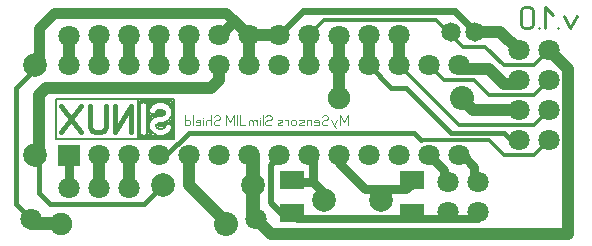
<source format=gbr>
%FSLAX34Y34*%
%MOMM*%
%LNSILK_TOP*%
G71*
G01*
%ADD10C, 1.80*%
%ADD11C, 1.80*%
%ADD12C, 1.00*%
%ADD13C, 0.30*%
%ADD14C, 0.40*%
%ADD15C, 1.91*%
%ADD16C, 2.04*%
%ADD17C, 2.00*%
%ADD18C, 1.20*%
%ADD19C, 0.90*%
%ADD20C, 1.64*%
%ADD21C, 0.80*%
%ADD22R, 2.00X1.60*%
%ADD23C, 0.70*%
%ADD24C, 0.20*%
%ADD25C, 0.11*%
%ADD26C, 0.60*%
%ADD27C, 0.50*%
%ADD28C, 0.22*%
%LPD*%
G36*
X44975Y-124350D02*
X62975Y-124350D01*
X62975Y-142350D01*
X44975Y-142350D01*
X44975Y-124350D01*
G37*
X79375Y-133350D02*
G54D10*
D03*
X104775Y-133350D02*
G54D10*
D03*
X130175Y-133350D02*
G54D10*
D03*
X155575Y-133350D02*
G54D10*
D03*
X180975Y-133350D02*
G54D10*
D03*
X206375Y-133350D02*
G54D10*
D03*
X231775Y-133350D02*
G54D10*
D03*
X257175Y-133350D02*
G54D10*
D03*
X282575Y-133350D02*
G54D10*
D03*
X307975Y-133350D02*
G54D10*
D03*
X333375Y-133350D02*
G54D10*
D03*
X358775Y-133350D02*
G54D10*
D03*
X384175Y-133350D02*
G54D10*
D03*
X384175Y-57150D02*
G54D10*
D03*
X358775Y-57150D02*
G54D10*
D03*
X333375Y-57150D02*
G54D10*
D03*
X307975Y-57150D02*
G54D10*
D03*
X282575Y-57150D02*
G54D10*
D03*
X257175Y-57150D02*
G54D10*
D03*
X231775Y-57150D02*
G54D10*
D03*
X206375Y-57150D02*
G54D10*
D03*
X180975Y-57150D02*
G54D10*
D03*
X155575Y-57150D02*
G54D10*
D03*
X130175Y-57150D02*
G54D10*
D03*
X104775Y-57150D02*
G54D10*
D03*
X79375Y-57150D02*
G54D10*
D03*
X53975Y-57150D02*
G54D10*
D03*
X434975Y-120650D02*
G54D11*
D03*
X434975Y-95250D02*
G54D11*
D03*
X434975Y-69850D02*
G54D11*
D03*
X434975Y-44450D02*
G54D11*
D03*
X460375Y-120650D02*
G54D11*
D03*
X460375Y-95250D02*
G54D11*
D03*
X460375Y-69850D02*
G54D11*
D03*
X460375Y-44450D02*
G54D11*
D03*
X333375Y-31750D02*
G54D11*
D03*
X307975Y-31750D02*
G54D11*
D03*
X282417Y-31792D02*
G54D11*
D03*
X257175Y-31750D02*
G54D11*
D03*
X231775Y-31750D02*
G54D11*
D03*
G54D12*
X231775Y-31750D02*
X206375Y-31750D01*
X206375Y-57150D01*
G54D12*
X257175Y-31750D02*
X257175Y-57150D01*
G54D12*
X282417Y-31792D02*
X282417Y-56992D01*
X282575Y-57150D01*
G54D12*
X307975Y-31750D02*
X307975Y-57150D01*
G54D12*
X333375Y-31750D02*
X333375Y-57150D01*
G54D13*
X460375Y-44450D02*
X447675Y-57150D01*
X422275Y-57150D01*
X406400Y-41275D01*
X387350Y-41275D01*
X374650Y-28575D01*
X365125Y-19050D01*
X269875Y-19050D01*
X257175Y-31750D01*
G54D12*
X434975Y-73025D02*
X422275Y-73025D01*
X409575Y-60325D01*
X384175Y-60325D01*
G54D13*
X460375Y-69850D02*
X447675Y-82550D01*
X409575Y-82550D01*
X396875Y-69850D01*
X371475Y-69850D01*
X358775Y-57150D01*
G54D13*
X460375Y-95250D02*
X447675Y-107950D01*
X384175Y-107950D01*
X333375Y-57150D01*
G54D14*
X434975Y-120650D02*
X428633Y-120650D01*
X422175Y-114191D01*
X377716Y-114191D01*
X339725Y-76200D01*
X327025Y-76200D01*
X307975Y-57150D01*
X282248Y-84664D02*
G54D15*
D03*
X387023Y-84664D02*
G54D16*
D03*
G54D12*
X434975Y-95250D02*
X396022Y-95250D01*
X393373Y-92601D01*
G54D12*
X282575Y-86578D02*
X282575Y-57150D01*
G54D13*
X460375Y-120650D02*
X447675Y-133350D01*
X422275Y-133350D01*
X409575Y-120650D01*
X352425Y-120650D01*
X346075Y-114300D01*
X269875Y-171450D02*
G54D17*
D03*
X318275Y-171450D02*
G54D17*
D03*
X104775Y-31750D02*
G54D11*
D03*
X79375Y-31750D02*
G54D11*
D03*
X53817Y-31792D02*
G54D11*
D03*
X155575Y-31750D02*
G54D11*
D03*
X130175Y-31750D02*
G54D11*
D03*
X104617Y-31792D02*
G54D11*
D03*
X231775Y-31750D02*
G54D11*
D03*
X206375Y-31750D02*
G54D11*
D03*
G54D12*
X53817Y-31792D02*
X53817Y-56992D01*
X53975Y-57150D01*
G54D12*
X79375Y-31750D02*
X79375Y-57150D01*
G54D12*
X104775Y-31750D02*
X104775Y-57150D01*
G54D12*
X130017Y-31792D02*
X130017Y-56992D01*
X130175Y-57150D01*
G54D12*
X155575Y-31750D02*
X155575Y-57150D01*
X212725Y-187325D02*
G54D11*
D03*
X104775Y-161131D02*
G54D11*
D03*
X79375Y-161131D02*
G54D11*
D03*
G54D18*
X209550Y-133350D02*
X209550Y-184150D01*
X25400Y-133350D02*
G54D17*
D03*
X25400Y-57150D02*
G54D17*
D03*
G54D19*
X28575Y-57150D02*
X28575Y-25400D01*
X41275Y-12700D01*
X187325Y-12700D01*
X206375Y-31750D01*
G54D12*
X180975Y-57150D02*
X180975Y-69850D01*
X174625Y-76200D01*
X34925Y-76200D01*
X28575Y-82550D01*
X28575Y-133350D01*
G54D12*
X155575Y-133350D02*
X155575Y-158750D01*
X180975Y-184150D01*
X133350Y-158750D02*
G54D17*
D03*
X209550Y-158750D02*
G54D17*
D03*
G54D12*
X79375Y-133350D02*
X79375Y-155575D01*
X76200Y-158750D01*
G54D12*
X104775Y-133350D02*
X104775Y-155575D01*
X101600Y-158750D01*
G54D14*
X28575Y-133350D02*
X28575Y-165100D01*
X38100Y-174625D01*
X117475Y-174625D01*
X130175Y-161925D01*
G54D14*
X28575Y-57150D02*
X9525Y-76200D01*
X9525Y-174625D01*
X22225Y-187325D01*
X47625Y-187325D01*
X397925Y-28575D02*
G54D20*
D03*
X377825Y-28575D02*
G54D20*
D03*
G54D12*
X460375Y-44450D02*
X476250Y-60325D01*
X476250Y-200025D01*
X225425Y-200025D01*
X212725Y-187325D01*
X79375Y-161131D02*
G54D11*
D03*
X53975Y-161131D02*
G54D11*
D03*
G54D21*
X53975Y-133350D02*
X53975Y-155575D01*
X50800Y-158750D01*
G54D12*
X21898Y-191026D02*
X47298Y-191026D01*
X242600Y-154275D02*
G54D22*
D03*
X242600Y-182275D02*
G54D22*
D03*
X344200Y-154275D02*
G54D22*
D03*
X344200Y-182275D02*
G54D22*
D03*
G54D23*
X247650Y-187325D02*
X400050Y-187325D01*
G54D21*
X269875Y-171450D02*
X269875Y-165100D01*
X260350Y-155575D01*
X260350Y-136525D01*
X257175Y-133350D01*
G54D21*
X260350Y-155575D02*
X244475Y-155575D01*
X242600Y-157450D01*
G54D21*
X282575Y-133350D02*
X282575Y-139700D01*
X304800Y-161925D01*
X339725Y-161925D01*
X344200Y-157450D01*
X400042Y-181075D02*
G54D11*
D03*
X374642Y-181075D02*
G54D11*
D03*
X400050Y-155575D02*
G54D11*
D03*
X374650Y-155575D02*
G54D11*
D03*
G54D21*
X358775Y-133350D02*
X371475Y-146050D01*
X371475Y-155575D01*
G54D21*
X384175Y-133350D02*
X387350Y-133350D01*
X396875Y-142875D01*
X396875Y-155575D01*
X47298Y-191026D02*
G54D15*
D03*
X186998Y-191026D02*
G54D16*
D03*
X22225Y-187325D02*
G54D11*
D03*
G54D14*
X106306Y-113662D02*
X106306Y-91440D01*
X92973Y-113662D01*
X92973Y-91440D01*
G54D14*
X85206Y-91440D02*
X85206Y-109496D01*
X83540Y-112274D01*
X80206Y-113662D01*
X76873Y-113662D01*
X73540Y-112274D01*
X71873Y-109496D01*
X71873Y-91440D01*
G54D14*
X64106Y-91440D02*
X47440Y-113662D01*
G54D14*
X64106Y-113662D02*
X47440Y-91440D01*
G54D24*
X112712Y-85725D02*
X42862Y-85725D01*
X42862Y-119062D01*
X112712Y-119062D01*
X112712Y-85725D01*
X142875Y-85725D01*
X142875Y-119062D01*
X112712Y-119062D01*
G54D24*
X121762Y-106231D02*
X123362Y-103531D01*
X124762Y-101431D01*
X129062Y-99631D01*
X132462Y-99531D01*
X134462Y-98931D01*
X135162Y-97831D01*
X135162Y-96531D01*
X134662Y-95331D01*
X132762Y-94431D01*
X130662Y-94431D01*
X128562Y-95231D01*
X127462Y-97231D01*
X126062Y-98531D01*
X124162Y-98631D01*
X122562Y-97631D01*
X121862Y-96331D01*
X121962Y-94631D01*
X124562Y-90531D01*
X129362Y-88431D01*
X133662Y-88431D01*
X138562Y-90431D01*
X141162Y-94731D01*
X141162Y-99231D01*
X138762Y-103331D01*
X133862Y-105531D01*
X130562Y-105531D01*
X128662Y-106331D01*
X127862Y-107631D01*
X127862Y-108731D01*
X128862Y-110131D01*
X130762Y-110731D01*
X132762Y-110631D01*
X134662Y-109731D01*
X136162Y-107131D01*
X138062Y-106331D01*
X139562Y-106831D01*
X140762Y-107731D01*
X141162Y-108831D01*
X140962Y-110831D01*
X138462Y-114731D01*
X133762Y-116631D01*
X129262Y-116731D01*
X124962Y-114731D01*
X121862Y-110531D01*
X121862Y-108231D01*
X121862Y-106231D01*
G54D24*
X114062Y-91331D02*
X114062Y-114331D01*
X114462Y-115231D01*
X115462Y-116231D01*
X116662Y-116731D01*
X117962Y-116631D01*
X119162Y-115831D01*
X119962Y-114931D01*
X120162Y-113531D01*
X120162Y-92031D01*
X119662Y-89731D01*
X118562Y-88731D01*
X116962Y-88231D01*
X116762Y-88431D01*
X115562Y-88731D01*
X114362Y-89831D01*
X114262Y-90531D01*
G54D24*
X114300Y-88900D02*
X114300Y-87312D01*
X119062Y-87312D01*
X141288Y-87312D01*
X141288Y-92869D01*
X142081Y-93662D01*
X142081Y-92075D01*
X139700Y-89694D01*
X139700Y-88900D01*
X137319Y-88900D01*
X136525Y-88106D01*
X127000Y-88106D01*
X126206Y-88900D01*
X119856Y-88900D01*
X119856Y-89694D01*
X120650Y-90487D01*
X123031Y-90488D01*
X121444Y-92075D01*
X121444Y-93662D01*
X121444Y-103981D01*
X120650Y-104775D01*
X120650Y-103981D01*
X123031Y-101600D01*
X123031Y-99219D01*
X123825Y-99219D01*
X124619Y-100012D01*
X126206Y-100012D01*
X127794Y-98425D01*
X132556Y-98425D01*
X133350Y-97631D01*
X133350Y-96044D01*
X130175Y-96044D01*
X129381Y-96838D01*
X132556Y-96837D01*
G54D24*
X114300Y-115888D02*
X114300Y-117475D01*
X141288Y-117475D01*
X141288Y-112712D01*
X142081Y-111919D01*
X142081Y-112712D01*
X139700Y-115094D01*
X139700Y-115888D01*
X138112Y-115887D01*
X136525Y-115888D01*
X135731Y-116681D01*
X125412Y-116681D01*
X120650Y-116681D01*
X120650Y-115887D01*
X121444Y-115094D01*
X123031Y-115094D01*
X123825Y-115887D01*
X123825Y-114300D01*
X121444Y-111919D01*
X121444Y-113506D01*
G54D24*
X141288Y-100012D02*
X141288Y-107156D01*
X141288Y-106362D01*
X140494Y-105569D01*
X140494Y-103188D01*
X140494Y-103981D01*
X138906Y-105569D01*
X136525Y-105569D01*
X135731Y-106362D01*
X130969Y-106362D01*
X130175Y-107156D01*
X134144Y-107156D01*
X134144Y-108744D01*
X130175Y-108744D01*
X129381Y-107950D01*
G54D24*
X130175Y-96837D02*
X129381Y-96838D01*
X127794Y-98425D01*
X127794Y-99219D01*
X127000Y-100012D01*
X123825Y-100012D01*
X123031Y-99219D01*
G54D24*
X119856Y-88106D02*
X122238Y-88106D01*
X123825Y-89694D01*
G54D14*
X130175Y-133350D02*
X136525Y-133350D01*
X155575Y-114300D01*
X346075Y-114300D01*
X352425Y-120650D01*
G54D25*
X290211Y-107950D02*
X290211Y-99061D01*
X286878Y-104617D01*
X283544Y-99061D01*
X283544Y-107950D01*
G54D25*
X281100Y-102950D02*
X278433Y-107950D01*
X275767Y-102950D01*
G54D25*
X278433Y-107950D02*
X279100Y-109617D01*
X279767Y-110172D01*
X280433Y-110172D01*
G54D25*
X273323Y-106283D02*
X272656Y-107394D01*
X271323Y-107950D01*
X269990Y-107950D01*
X268656Y-107394D01*
X267990Y-106283D01*
X267990Y-105172D01*
X268656Y-104061D01*
X269990Y-103506D01*
X271323Y-103506D01*
X272656Y-102950D01*
X273323Y-101839D01*
X273323Y-100728D01*
X272656Y-99617D01*
X271323Y-99061D01*
X269990Y-99061D01*
X268656Y-99617D01*
X267990Y-100728D01*
G54D25*
X261546Y-107394D02*
X262613Y-107950D01*
X263946Y-107950D01*
X265279Y-107394D01*
X265546Y-106283D01*
X265546Y-104394D01*
X264879Y-103283D01*
X263546Y-102950D01*
X262213Y-103283D01*
X261546Y-104061D01*
X261546Y-105172D01*
X265546Y-105172D01*
G54D25*
X259102Y-107950D02*
X259102Y-102950D01*
G54D25*
X259102Y-104061D02*
X258435Y-103283D01*
X257102Y-102950D01*
X255769Y-103283D01*
X255102Y-104061D01*
X255102Y-107950D01*
G54D25*
X252658Y-107394D02*
X251325Y-107950D01*
X249991Y-107950D01*
X248658Y-107394D01*
X248658Y-106283D01*
X249325Y-105728D01*
X251991Y-105172D01*
X252658Y-104617D01*
X252658Y-103506D01*
X251325Y-102950D01*
X249991Y-102950D01*
X248658Y-103506D01*
G54D25*
X242214Y-106617D02*
X242214Y-104394D01*
X242881Y-103283D01*
X244214Y-102950D01*
X245547Y-103283D01*
X246214Y-104394D01*
X246214Y-106617D01*
X245547Y-107728D01*
X244214Y-107950D01*
X242881Y-107728D01*
X242214Y-106617D01*
G54D25*
X239770Y-107950D02*
X239770Y-102950D01*
G54D25*
X239770Y-104061D02*
X238437Y-102950D01*
X237103Y-102950D01*
G54D25*
X234659Y-107394D02*
X233326Y-107950D01*
X231992Y-107950D01*
X230659Y-107394D01*
X230659Y-106283D01*
X231326Y-105728D01*
X233992Y-105172D01*
X234659Y-104617D01*
X234659Y-103506D01*
X233326Y-102950D01*
X231992Y-102950D01*
X230659Y-103506D01*
G54D25*
X225638Y-106283D02*
X224971Y-107394D01*
X223638Y-107950D01*
X222305Y-107950D01*
X220971Y-107394D01*
X220305Y-106283D01*
X220305Y-105172D01*
X220971Y-104061D01*
X222305Y-103506D01*
X223638Y-103506D01*
X224971Y-102950D01*
X225638Y-101839D01*
X225638Y-100728D01*
X224971Y-99617D01*
X223638Y-99061D01*
X222305Y-99061D01*
X220971Y-99617D01*
X220305Y-100728D01*
G54D25*
X217861Y-107950D02*
X217861Y-99061D01*
G54D25*
X215417Y-107950D02*
X215417Y-102950D01*
G54D25*
X215417Y-101283D02*
X215417Y-101283D01*
G54D25*
X212973Y-107950D02*
X212973Y-102950D01*
G54D25*
X212973Y-103839D02*
X211640Y-102950D01*
X210306Y-103283D01*
X209640Y-104061D01*
X209640Y-107950D01*
G54D25*
X209640Y-103839D02*
X208306Y-102950D01*
X206973Y-103283D01*
X206306Y-104061D01*
X206306Y-107950D01*
G54D25*
X198529Y-99061D02*
X198529Y-106283D01*
X199195Y-107394D01*
X200529Y-107950D01*
X201862Y-107950D01*
X203195Y-107394D01*
X203862Y-106283D01*
G54D25*
X196085Y-107950D02*
X196085Y-99061D01*
G54D25*
X193641Y-107950D02*
X193641Y-99061D01*
X190308Y-104617D01*
X186974Y-99061D01*
X186974Y-107950D01*
G54D25*
X181953Y-106283D02*
X181286Y-107394D01*
X179953Y-107950D01*
X178620Y-107950D01*
X177286Y-107394D01*
X176620Y-106283D01*
X176620Y-105172D01*
X177286Y-104061D01*
X178620Y-103506D01*
X179953Y-103506D01*
X181286Y-102950D01*
X181953Y-101839D01*
X181953Y-100728D01*
X181286Y-99617D01*
X179953Y-99061D01*
X178620Y-99061D01*
X177286Y-99617D01*
X176620Y-100728D01*
G54D25*
X174176Y-107950D02*
X174176Y-99061D01*
G54D25*
X174176Y-104394D02*
X173509Y-103283D01*
X172176Y-102950D01*
X170843Y-103283D01*
X170176Y-104394D01*
X170176Y-107950D01*
G54D25*
X167732Y-107950D02*
X167732Y-102950D01*
G54D25*
X167732Y-101283D02*
X167732Y-101283D01*
G54D25*
X161288Y-107394D02*
X162355Y-107950D01*
X163688Y-107950D01*
X165021Y-107394D01*
X165288Y-106283D01*
X165288Y-104394D01*
X164621Y-103283D01*
X163288Y-102950D01*
X161955Y-103283D01*
X161288Y-104061D01*
X161288Y-105172D01*
X165288Y-105172D01*
G54D25*
X158844Y-107950D02*
X158844Y-99061D01*
G54D25*
X152400Y-107950D02*
X152400Y-99061D01*
G54D25*
X152400Y-104394D02*
X153067Y-103283D01*
X154400Y-102950D01*
X155733Y-103283D01*
X156400Y-104394D01*
X156400Y-106617D01*
X155733Y-107728D01*
X154400Y-107950D01*
X153067Y-107728D01*
X152400Y-106617D01*
G54D26*
X231775Y-31750D02*
X252412Y-11112D01*
X380463Y-11112D01*
X397925Y-28575D01*
X206375Y-31750D02*
G54D11*
D03*
X180975Y-31750D02*
G54D11*
D03*
G54D19*
X180975Y-31750D02*
X181769Y-31750D01*
X193675Y-19844D01*
G54D27*
X231775Y-133350D02*
X231775Y-134937D01*
X225425Y-141288D01*
X225425Y-173831D01*
X234950Y-183356D01*
G54D12*
X434975Y-44450D02*
X419100Y-28575D01*
X397925Y-28575D01*
G54D28*
X483886Y-15400D02*
X478553Y-25400D01*
X473219Y-15400D01*
G54D28*
X468330Y-25400D02*
X468330Y-25400D01*
G54D28*
X463441Y-14289D02*
X456774Y-7622D01*
X456774Y-25400D01*
G54D28*
X451885Y-25400D02*
X451885Y-25400D01*
G54D28*
X436329Y-10956D02*
X436329Y-22067D01*
X437663Y-24289D01*
X440329Y-25400D01*
X442996Y-25400D01*
X445663Y-24289D01*
X446996Y-22067D01*
X446996Y-10956D01*
X445663Y-8733D01*
X442996Y-7622D01*
X440329Y-7622D01*
X437663Y-8733D01*
X436329Y-10956D01*
M02*

</source>
